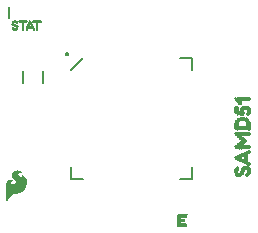
<source format=gto>
G04 EAGLE Gerber RS-274X export*
G75*
%MOMM*%
%FSLAX34Y34*%
%LPD*%
%INSilkscreen Top*%
%IPPOS*%
%AMOC8*
5,1,8,0,0,1.08239X$1,22.5*%
G01*
%ADD10C,0.203200*%
%ADD11R,0.640000X0.040000*%
%ADD12R,0.800000X0.040000*%
%ADD13R,0.840000X0.040000*%
%ADD14R,0.280000X0.040000*%
%ADD15R,0.600000X0.040000*%
%ADD16R,0.680000X0.040000*%
%ADD17R,0.760000X0.040000*%
%ADD18R,0.050000X0.350000*%
%ADD19R,0.050000X0.050000*%
%ADD20R,0.050000X0.450000*%
%ADD21R,0.050000X0.550000*%
%ADD22R,0.050000X0.250000*%
%ADD23R,0.050000X0.300000*%
%ADD24R,0.050000X0.750000*%
%ADD25R,0.050000X0.700000*%
%ADD26R,0.050000X0.850000*%
%ADD27R,0.050000X0.800000*%
%ADD28R,0.050000X0.400000*%
%ADD29R,0.050000X0.900000*%
%ADD30R,0.050000X0.950000*%
%ADD31R,0.050000X0.500000*%
%ADD32R,0.050000X1.000000*%
%ADD33R,0.050000X1.050000*%
%ADD34R,0.050000X0.200000*%
%ADD35R,0.050000X0.600000*%
%ADD36R,0.050000X0.650000*%
%ADD37R,0.050000X1.450000*%
%ADD38R,0.060000X0.700000*%
%ADD39R,0.060000X0.350000*%
%ADD40R,0.060000X0.550000*%
%ADD41R,0.060000X0.300000*%
%ADD42R,0.060000X0.800000*%
%ADD43R,0.050000X1.100000*%
%ADD44R,0.050000X0.150000*%
%ADD45R,0.060000X1.200000*%
%ADD46R,0.060000X1.050000*%
%ADD47R,0.060000X0.250000*%
%ADD48R,0.060000X0.400000*%
%ADD49R,0.050000X1.200000*%
%ADD50R,0.060000X0.650000*%
%ADD51R,0.050000X0.100000*%
%ADD52R,0.210000X0.030000*%
%ADD53R,0.660000X0.030000*%
%ADD54R,0.030000X0.030000*%
%ADD55R,0.330000X0.040000*%
%ADD56R,0.750000X0.040000*%
%ADD57R,0.150000X0.040000*%
%ADD58R,0.780000X0.040000*%
%ADD59R,0.420000X0.030000*%
%ADD60R,0.780000X0.030000*%
%ADD61R,0.180000X0.030000*%
%ADD62R,0.450000X0.030000*%
%ADD63R,0.510000X0.030000*%
%ADD64R,0.750000X0.030000*%
%ADD65R,0.240000X0.030000*%
%ADD66R,0.480000X0.040000*%
%ADD67R,0.720000X0.040000*%
%ADD68R,0.270000X0.040000*%
%ADD69R,0.300000X0.030000*%
%ADD70R,0.120000X0.030000*%
%ADD71R,0.330000X0.030000*%
%ADD72R,0.360000X0.030000*%
%ADD73R,0.240000X0.040000*%
%ADD74R,0.210000X0.040000*%
%ADD75R,0.390000X0.040000*%
%ADD76R,0.180000X0.040000*%
%ADD77R,0.390000X0.030000*%
%ADD78R,0.600000X0.030000*%
%ADD79R,0.630000X0.040000*%
%ADD80R,0.090000X0.030000*%
%ADD81R,0.150000X0.030000*%
%ADD82R,0.690000X0.030000*%
%ADD83R,0.720000X0.030000*%
%ADD84R,0.570000X0.040000*%
%ADD85R,0.540000X0.030000*%
%ADD86R,0.270000X0.030000*%

G36*
X4319Y48641D02*
X4319Y48641D01*
X4381Y48643D01*
X4403Y48656D01*
X4429Y48660D01*
X4500Y48708D01*
X4533Y48726D01*
X4539Y48734D01*
X4549Y48741D01*
X5049Y49241D01*
X5068Y49272D01*
X5106Y49314D01*
X5382Y49774D01*
X5849Y50241D01*
X5857Y50254D01*
X5872Y50267D01*
X6361Y50853D01*
X7549Y52041D01*
X7556Y52052D01*
X7569Y52063D01*
X8759Y53452D01*
X9716Y54408D01*
X10614Y54947D01*
X11111Y55030D01*
X12980Y55030D01*
X13006Y55036D01*
X13043Y55035D01*
X14243Y55235D01*
X14258Y55242D01*
X14280Y55243D01*
X15380Y55543D01*
X15397Y55552D01*
X15421Y55557D01*
X16421Y55957D01*
X16443Y55972D01*
X16476Y55984D01*
X17476Y56584D01*
X17496Y56604D01*
X17530Y56624D01*
X18330Y57324D01*
X18337Y57333D01*
X18349Y57341D01*
X19149Y58141D01*
X19160Y58159D01*
X19180Y58177D01*
X19880Y59077D01*
X19891Y59100D01*
X19912Y59125D01*
X20912Y60925D01*
X20923Y60961D01*
X20948Y61013D01*
X21448Y62913D01*
X21449Y62945D01*
X21460Y62988D01*
X21560Y64688D01*
X21553Y64724D01*
X21554Y64780D01*
X21254Y66380D01*
X21245Y66401D01*
X21241Y66430D01*
X20741Y67930D01*
X20722Y67961D01*
X20701Y68014D01*
X20001Y69114D01*
X19982Y69133D01*
X19964Y69163D01*
X19739Y69416D01*
X19401Y69796D01*
X19164Y70063D01*
X19132Y70085D01*
X19082Y70132D01*
X18282Y70632D01*
X18252Y70643D01*
X18232Y70657D01*
X18197Y70663D01*
X18152Y70683D01*
X18135Y70683D01*
X18118Y70688D01*
X18086Y70684D01*
X18080Y70684D01*
X18072Y70682D01*
X18049Y70679D01*
X17979Y70677D01*
X17964Y70668D01*
X17946Y70666D01*
X17916Y70646D01*
X17911Y70645D01*
X17897Y70633D01*
X17888Y70627D01*
X17827Y70594D01*
X17817Y70579D01*
X17802Y70569D01*
X17786Y70541D01*
X17778Y70535D01*
X17764Y70504D01*
X17727Y70452D01*
X17724Y70433D01*
X17716Y70419D01*
X17714Y70393D01*
X17707Y70376D01*
X17708Y70351D01*
X17700Y70310D01*
X17700Y69472D01*
X17628Y69256D01*
X17568Y69135D01*
X17375Y68942D01*
X17218Y68890D01*
X17027Y68890D01*
X16313Y69069D01*
X15971Y69240D01*
X15700Y69421D01*
X15330Y69698D01*
X14776Y70252D01*
X14433Y70766D01*
X14360Y71057D01*
X14360Y71548D01*
X14432Y71764D01*
X14510Y71919D01*
X14660Y72145D01*
X14981Y72385D01*
X15304Y72547D01*
X15755Y72637D01*
X15762Y72641D01*
X15772Y72641D01*
X16127Y72730D01*
X16590Y72730D01*
X16710Y72670D01*
X16725Y72666D01*
X16738Y72657D01*
X16872Y72631D01*
X16879Y72630D01*
X16880Y72630D01*
X16980Y72630D01*
X17005Y72636D01*
X17031Y72633D01*
X17089Y72655D01*
X17149Y72669D01*
X17169Y72686D01*
X17193Y72695D01*
X17235Y72740D01*
X17282Y72779D01*
X17293Y72803D01*
X17310Y72822D01*
X17328Y72881D01*
X17353Y72938D01*
X17352Y72963D01*
X17360Y72988D01*
X17349Y73049D01*
X17347Y73111D01*
X17334Y73133D01*
X17330Y73159D01*
X17282Y73230D01*
X17264Y73263D01*
X17256Y73269D01*
X17249Y73279D01*
X17149Y73379D01*
X17129Y73391D01*
X17108Y73414D01*
X16708Y73714D01*
X16682Y73726D01*
X16650Y73750D01*
X15250Y74450D01*
X15238Y74453D01*
X15229Y74459D01*
X15200Y74465D01*
X15163Y74481D01*
X14263Y74681D01*
X14229Y74681D01*
X14180Y74690D01*
X13180Y74690D01*
X13152Y74684D01*
X13112Y74684D01*
X12012Y74484D01*
X11977Y74469D01*
X11920Y74451D01*
X11905Y74447D01*
X11902Y74445D01*
X11898Y74444D01*
X10798Y73844D01*
X10778Y73826D01*
X10747Y73810D01*
X9847Y73110D01*
X9827Y73086D01*
X9758Y73012D01*
X9258Y72212D01*
X9246Y72178D01*
X9219Y72130D01*
X8919Y71230D01*
X8916Y71193D01*
X8900Y71110D01*
X8900Y70310D01*
X8907Y70277D01*
X8909Y70228D01*
X9109Y69328D01*
X9126Y69292D01*
X9148Y69225D01*
X9648Y68325D01*
X9670Y68301D01*
X9694Y68260D01*
X10394Y67460D01*
X10395Y67459D01*
X10396Y67457D01*
X11196Y66557D01*
X11204Y66552D01*
X11211Y66541D01*
X11853Y65899D01*
X12100Y65241D01*
X12100Y64672D01*
X11941Y64195D01*
X11620Y63794D01*
X11124Y63463D01*
X10433Y63290D01*
X9718Y63290D01*
X9289Y63376D01*
X8894Y63534D01*
X8376Y64052D01*
X8225Y64279D01*
X8160Y64472D01*
X8160Y64748D01*
X8212Y64905D01*
X8685Y65378D01*
X8900Y65449D01*
X8920Y65462D01*
X8950Y65470D01*
X9350Y65670D01*
X9379Y65694D01*
X9449Y65741D01*
X9549Y65841D01*
X9562Y65862D01*
X9581Y65878D01*
X9607Y65935D01*
X9640Y65988D01*
X9643Y66013D01*
X9653Y66036D01*
X9651Y66099D01*
X9657Y66161D01*
X9648Y66184D01*
X9647Y66209D01*
X9617Y66264D01*
X9595Y66323D01*
X9577Y66340D01*
X9565Y66362D01*
X9495Y66416D01*
X9468Y66440D01*
X9459Y66443D01*
X9450Y66450D01*
X9050Y66650D01*
X9035Y66654D01*
X9022Y66663D01*
X8888Y66689D01*
X8882Y66690D01*
X8881Y66690D01*
X8880Y66690D01*
X7680Y66690D01*
X7654Y66684D01*
X7618Y66685D01*
X7018Y66585D01*
X7012Y66583D01*
X7005Y66583D01*
X6505Y66483D01*
X6479Y66471D01*
X6439Y66463D01*
X5939Y66263D01*
X5908Y66241D01*
X5852Y66214D01*
X5452Y65914D01*
X5448Y65910D01*
X5442Y65907D01*
X4942Y65507D01*
X4925Y65484D01*
X4854Y65406D01*
X4254Y64406D01*
X4242Y64370D01*
X4214Y64314D01*
X4014Y63614D01*
X4013Y63589D01*
X4003Y63557D01*
X3903Y62757D01*
X3905Y62736D01*
X3900Y62710D01*
X3900Y49010D01*
X3906Y48985D01*
X3903Y48959D01*
X3925Y48902D01*
X3939Y48841D01*
X3956Y48821D01*
X3965Y48797D01*
X4010Y48755D01*
X4049Y48708D01*
X4073Y48697D01*
X4092Y48680D01*
X4151Y48662D01*
X4208Y48637D01*
X4233Y48638D01*
X4258Y48630D01*
X4319Y48641D01*
G37*
D10*
X35170Y158670D02*
X35170Y148670D01*
X18170Y148670D02*
X18170Y158670D01*
X6477Y203518D02*
X6477Y213043D01*
D11*
X153300Y36950D03*
D12*
X153300Y36550D03*
D13*
X153100Y36150D03*
X153100Y35750D03*
X153100Y35350D03*
X153100Y34950D03*
D12*
X152900Y34550D03*
D14*
X150300Y34150D03*
X150300Y33750D03*
X150300Y33350D03*
D15*
X151900Y32950D03*
D16*
X152300Y32550D03*
X152300Y32150D03*
X152300Y31750D03*
X152300Y31350D03*
X152300Y30950D03*
D11*
X152100Y30550D03*
D14*
X150300Y30150D03*
X150300Y29750D03*
X150300Y29350D03*
D17*
X152700Y28950D03*
D13*
X153100Y28550D03*
X153100Y28150D03*
X153100Y27750D03*
X153100Y27350D03*
X153100Y26950D03*
D17*
X153100Y26550D03*
D18*
X197920Y73900D03*
D19*
X197920Y85400D03*
X197920Y94400D03*
X197920Y105400D03*
D20*
X197920Y111900D03*
D21*
X197920Y125400D03*
D19*
X197920Y134900D03*
D21*
X198420Y73900D03*
D22*
X198420Y85400D03*
X198420Y94400D03*
D23*
X198420Y105150D03*
D24*
X198420Y112400D03*
D25*
X198420Y125650D03*
D23*
X198420Y135150D03*
D25*
X198920Y73650D03*
D23*
X198920Y85150D03*
D18*
X198920Y94400D03*
X198920Y105400D03*
D26*
X198920Y112900D03*
D24*
X198920Y125400D03*
D18*
X198920Y134900D03*
D27*
X199420Y73650D03*
D18*
X199420Y85400D03*
D28*
X199420Y94650D03*
X199420Y105150D03*
D29*
X199420Y113150D03*
D24*
X199420Y125400D03*
D28*
X199420Y134650D03*
D26*
X199920Y73900D03*
D28*
X199920Y85150D03*
D20*
X199920Y94900D03*
X199920Y104900D03*
D30*
X199920Y113400D03*
D24*
X199920Y125400D03*
D20*
X199920Y134400D03*
D26*
X200420Y73400D03*
D20*
X200420Y85400D03*
D31*
X200420Y95150D03*
X200420Y104650D03*
D32*
X200420Y113650D03*
D27*
X200420Y125150D03*
D31*
X200420Y134150D03*
D28*
X200920Y71150D03*
D23*
X200920Y76150D03*
D31*
X200920Y85150D03*
X200920Y95150D03*
X200920Y104650D03*
D33*
X200920Y113900D03*
D24*
X200920Y124900D03*
D21*
X200920Y133900D03*
D18*
X201420Y70900D03*
D34*
X201420Y76150D03*
D21*
X201420Y85400D03*
X201420Y95400D03*
X201420Y104400D03*
D23*
X201420Y110150D03*
D20*
X201420Y116900D03*
D18*
X201420Y122900D03*
D35*
X201420Y133650D03*
D18*
X201920Y70900D03*
D35*
X201920Y85150D03*
X201920Y95650D03*
X201920Y104150D03*
D23*
X201920Y110150D03*
D28*
X201920Y117650D03*
D18*
X201920Y122900D03*
D36*
X201920Y133400D03*
D18*
X202420Y70900D03*
D36*
X202420Y85400D03*
X202420Y95900D03*
X202420Y103900D03*
D23*
X202420Y110150D03*
D18*
X202420Y117900D03*
D20*
X202420Y123400D03*
D36*
X202420Y133400D03*
D31*
X202920Y71650D03*
D25*
X202920Y85150D03*
D36*
X202920Y95900D03*
X202920Y103900D03*
D23*
X202920Y110150D03*
D28*
X202920Y118150D03*
D35*
X202920Y124150D03*
D36*
X202920Y133400D03*
X203420Y72900D03*
D24*
X203420Y85400D03*
D25*
X203420Y96150D03*
X203420Y103650D03*
D23*
X203420Y110150D03*
D18*
X203420Y118400D03*
D36*
X203420Y124400D03*
D35*
X203420Y133650D03*
D24*
X203920Y73400D03*
D28*
X203920Y83150D03*
D18*
X203920Y87400D03*
D37*
X203920Y99900D03*
D23*
X203920Y110150D03*
D18*
X203920Y118400D03*
D24*
X203920Y124900D03*
D19*
X203920Y131900D03*
D18*
X203920Y134900D03*
D24*
X204420Y73900D03*
D18*
X204420Y82900D03*
D28*
X204420Y87650D03*
D18*
X204420Y94400D03*
D36*
X204420Y99900D03*
D18*
X204420Y105400D03*
D23*
X204420Y110150D03*
D18*
X204420Y118400D03*
D27*
X204420Y124650D03*
D18*
X204420Y134900D03*
D24*
X204920Y74400D03*
D28*
X204920Y82650D03*
D18*
X204920Y87900D03*
X204920Y94400D03*
D35*
X204920Y99650D03*
D18*
X204920Y105400D03*
D23*
X204920Y110150D03*
D18*
X204920Y118400D03*
D26*
X204920Y124900D03*
D18*
X204920Y134900D03*
D38*
X205470Y75150D03*
D39*
X205470Y82400D03*
X205470Y87900D03*
X205470Y94400D03*
D40*
X205470Y99900D03*
D39*
X205470Y105400D03*
D41*
X205470Y110150D03*
D39*
X205470Y118400D03*
D42*
X205470Y125150D03*
D39*
X205470Y134900D03*
D31*
X206020Y76150D03*
D32*
X206020Y85150D03*
D18*
X206020Y94400D03*
D20*
X206020Y99900D03*
D18*
X206020Y105400D03*
D23*
X206020Y110150D03*
D18*
X206020Y118400D03*
D22*
X206020Y122900D03*
D28*
X206020Y127650D03*
D18*
X206020Y134900D03*
X206520Y76900D03*
D32*
X206520Y85150D03*
D18*
X206520Y94400D03*
X206520Y99900D03*
X206520Y105400D03*
D23*
X206520Y110150D03*
D18*
X206520Y117900D03*
D19*
X206520Y122900D03*
D18*
X206520Y127900D03*
X206520Y134900D03*
D34*
X206920Y70650D03*
D18*
X206920Y76900D03*
D43*
X206920Y85150D03*
D18*
X206920Y94400D03*
X206920Y99900D03*
X206920Y105400D03*
D23*
X206920Y110150D03*
D28*
X206920Y117650D03*
D18*
X206920Y127900D03*
X206920Y134900D03*
D23*
X207420Y70650D03*
D18*
X207420Y76900D03*
D43*
X207420Y85150D03*
D18*
X207420Y94400D03*
D22*
X207420Y99900D03*
D18*
X207420Y105400D03*
D23*
X207420Y110150D03*
D20*
X207420Y117400D03*
D44*
X207420Y122400D03*
D18*
X207420Y127900D03*
X207420Y134900D03*
D39*
X207970Y70900D03*
X207970Y76900D03*
D45*
X207970Y85150D03*
D39*
X207970Y94400D03*
X207970Y105400D03*
D46*
X207970Y113900D03*
D47*
X207970Y122400D03*
D48*
X207970Y127650D03*
D39*
X207970Y134900D03*
D30*
X208520Y73900D03*
D49*
X208520Y85150D03*
D18*
X208520Y94400D03*
X208520Y105400D03*
D32*
X208520Y113650D03*
D26*
X208520Y124900D03*
D18*
X208520Y134900D03*
D29*
X209020Y73650D03*
D28*
X209020Y80650D03*
X209020Y89650D03*
D18*
X209020Y94400D03*
X209020Y105400D03*
D32*
X209020Y113650D03*
D26*
X209020Y124900D03*
D18*
X209020Y134900D03*
D26*
X209420Y73900D03*
D18*
X209420Y80400D03*
X209420Y89900D03*
X209420Y94400D03*
X209420Y105400D03*
D30*
X209420Y113400D03*
D27*
X209420Y124650D03*
D18*
X209420Y134900D03*
D24*
X209920Y73900D03*
D18*
X209920Y80400D03*
D28*
X209920Y90150D03*
D18*
X209920Y94400D03*
X209920Y105400D03*
D26*
X209920Y112900D03*
D24*
X209920Y124900D03*
D18*
X209920Y134900D03*
D50*
X210470Y73900D03*
D41*
X210470Y80150D03*
X210470Y90150D03*
D39*
X210470Y94400D03*
X210470Y105400D03*
D42*
X210470Y112650D03*
D50*
X210470Y124900D03*
D39*
X210470Y134900D03*
D20*
X211020Y73900D03*
D22*
X211020Y80400D03*
X211020Y89900D03*
X211020Y94400D03*
X211020Y105400D03*
D25*
X211020Y112150D03*
D20*
X211020Y124900D03*
D22*
X211020Y134900D03*
D51*
X211520Y73650D03*
D44*
X211520Y124900D03*
D52*
X11320Y200800D03*
D53*
X17770Y200800D03*
D54*
X24220Y200800D03*
D53*
X30370Y200800D03*
D55*
X11320Y200450D03*
D56*
X17920Y200450D03*
D57*
X24220Y200450D03*
D58*
X30370Y200450D03*
D59*
X11470Y200100D03*
D60*
X17770Y200100D03*
D61*
X24370Y200100D03*
D60*
X30370Y200100D03*
D62*
X11320Y199900D03*
D60*
X17770Y199900D03*
D52*
X24220Y199900D03*
D60*
X30370Y199900D03*
D63*
X11320Y199600D03*
D64*
X17920Y199600D03*
D65*
X24370Y199600D03*
D60*
X30370Y199600D03*
D66*
X11170Y199250D03*
D67*
X17770Y199250D03*
D68*
X24220Y199250D03*
D67*
X30370Y199250D03*
D65*
X9670Y198900D03*
D61*
X12670Y198900D03*
D52*
X17920Y198900D03*
D69*
X24370Y198900D03*
D61*
X30370Y198900D03*
D52*
X9520Y198700D03*
D70*
X12670Y198700D03*
D52*
X17920Y198700D03*
D71*
X24220Y198700D03*
D61*
X30370Y198700D03*
D52*
X9520Y198400D03*
X17920Y198400D03*
D72*
X24370Y198400D03*
D61*
X30370Y198400D03*
D73*
X9670Y198050D03*
D74*
X17920Y198050D03*
D75*
X24220Y198050D03*
D76*
X30370Y198050D03*
D69*
X9970Y197700D03*
D52*
X17920Y197700D03*
D59*
X24370Y197700D03*
D61*
X30370Y197700D03*
D77*
X10720Y197400D03*
D52*
X17920Y197400D03*
D62*
X24220Y197400D03*
D61*
X30370Y197400D03*
D62*
X11020Y197200D03*
D52*
X17920Y197200D03*
X23020Y197200D03*
D65*
X25570Y197200D03*
D61*
X30370Y197200D03*
D66*
X11470Y196850D03*
D74*
X17920Y196850D03*
D73*
X22870Y196850D03*
D74*
X25720Y196850D03*
D76*
X30370Y196850D03*
D59*
X11770Y196500D03*
D52*
X17920Y196500D03*
X22720Y196500D03*
D65*
X25870Y196500D03*
D61*
X30370Y196500D03*
D77*
X12220Y196300D03*
D52*
X17920Y196300D03*
D65*
X22570Y196300D03*
D52*
X26020Y196300D03*
D61*
X30370Y196300D03*
D69*
X12670Y196000D03*
D52*
X17920Y196000D03*
D78*
X24370Y196000D03*
D61*
X30370Y196000D03*
D74*
X13120Y195650D03*
X17920Y195650D03*
D79*
X24220Y195650D03*
D76*
X30370Y195650D03*
D80*
X9520Y195300D03*
D52*
X13120Y195300D03*
X17920Y195300D03*
D53*
X24370Y195300D03*
D61*
X30370Y195300D03*
D81*
X9520Y195000D03*
D52*
X13120Y195000D03*
X17920Y195000D03*
D82*
X24220Y195000D03*
D61*
X30370Y195000D03*
D52*
X9520Y194800D03*
X13120Y194800D03*
X17920Y194800D03*
D83*
X24370Y194800D03*
D61*
X30370Y194800D03*
D84*
X11320Y194450D03*
D74*
X17920Y194450D03*
D56*
X24220Y194450D03*
D76*
X30370Y194450D03*
D85*
X11170Y194100D03*
D52*
X17920Y194100D03*
X21520Y194100D03*
D65*
X27070Y194100D03*
D61*
X30370Y194100D03*
D63*
X11320Y193900D03*
D52*
X17920Y193900D03*
X21520Y193900D03*
X27220Y193900D03*
D61*
X30370Y193900D03*
D62*
X11320Y193600D03*
D61*
X17770Y193600D03*
D52*
X21220Y193600D03*
X27220Y193600D03*
D61*
X30370Y193600D03*
D75*
X11320Y193250D03*
D76*
X17770Y193250D03*
X21370Y193250D03*
X27370Y193250D03*
X30370Y193250D03*
D86*
X11320Y192900D03*
D81*
X17920Y192900D03*
D70*
X21370Y192900D03*
D81*
X27220Y192900D03*
D70*
X30370Y192900D03*
D54*
X11320Y192600D03*
D10*
X151000Y169500D02*
X161000Y169500D01*
X161000Y159500D01*
X161000Y77500D02*
X161000Y67500D01*
X151000Y67500D01*
X59000Y159500D02*
X69000Y169500D01*
X59000Y77500D02*
X59000Y67500D01*
X69000Y67500D01*
X54374Y173110D02*
X54376Y173173D01*
X54382Y173236D01*
X54392Y173299D01*
X54405Y173360D01*
X54423Y173421D01*
X54444Y173480D01*
X54469Y173539D01*
X54497Y173595D01*
X54529Y173650D01*
X54564Y173702D01*
X54603Y173752D01*
X54644Y173800D01*
X54689Y173845D01*
X54736Y173887D01*
X54785Y173926D01*
X54837Y173962D01*
X54891Y173995D01*
X54947Y174024D01*
X55005Y174050D01*
X55064Y174072D01*
X55124Y174091D01*
X55186Y174105D01*
X55248Y174116D01*
X55311Y174123D01*
X55374Y174126D01*
X55437Y174125D01*
X55500Y174120D01*
X55563Y174111D01*
X55625Y174098D01*
X55686Y174082D01*
X55746Y174062D01*
X55804Y174038D01*
X55861Y174010D01*
X55916Y173979D01*
X55969Y173945D01*
X56020Y173907D01*
X56068Y173866D01*
X56114Y173823D01*
X56157Y173776D01*
X56197Y173727D01*
X56234Y173676D01*
X56267Y173623D01*
X56297Y173567D01*
X56324Y173510D01*
X56347Y173451D01*
X56366Y173391D01*
X56382Y173329D01*
X56394Y173267D01*
X56402Y173205D01*
X56406Y173142D01*
X56406Y173078D01*
X56402Y173015D01*
X56394Y172953D01*
X56382Y172891D01*
X56366Y172829D01*
X56347Y172769D01*
X56324Y172710D01*
X56297Y172653D01*
X56267Y172597D01*
X56234Y172544D01*
X56197Y172493D01*
X56157Y172444D01*
X56114Y172397D01*
X56068Y172354D01*
X56020Y172313D01*
X55969Y172275D01*
X55916Y172241D01*
X55861Y172210D01*
X55804Y172182D01*
X55746Y172158D01*
X55686Y172138D01*
X55625Y172122D01*
X55563Y172109D01*
X55500Y172100D01*
X55437Y172095D01*
X55374Y172094D01*
X55311Y172097D01*
X55248Y172104D01*
X55186Y172115D01*
X55124Y172129D01*
X55064Y172148D01*
X55005Y172170D01*
X54947Y172196D01*
X54891Y172225D01*
X54837Y172258D01*
X54785Y172294D01*
X54736Y172333D01*
X54689Y172375D01*
X54644Y172420D01*
X54603Y172468D01*
X54564Y172518D01*
X54529Y172570D01*
X54497Y172625D01*
X54469Y172681D01*
X54444Y172740D01*
X54423Y172799D01*
X54405Y172860D01*
X54392Y172921D01*
X54382Y172984D01*
X54376Y173047D01*
X54374Y173110D01*
M02*

</source>
